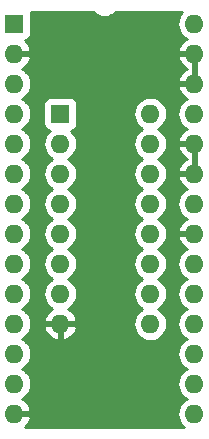
<source format=gbr>
G04 #@! TF.GenerationSoftware,KiCad,Pcbnew,(5.1.4)-1*
G04 #@! TF.CreationDate,2021-03-08T19:32:54-05:00*
G04 #@! TF.ProjectId,27c256_to_82s129,32376332-3536-45f7-946f-5f3832733132,rev?*
G04 #@! TF.SameCoordinates,Original*
G04 #@! TF.FileFunction,Copper,L2,Bot*
G04 #@! TF.FilePolarity,Positive*
%FSLAX46Y46*%
G04 Gerber Fmt 4.6, Leading zero omitted, Abs format (unit mm)*
G04 Created by KiCad (PCBNEW (5.1.4)-1) date 2021-03-08 19:32:54*
%MOMM*%
%LPD*%
G04 APERTURE LIST*
%ADD10O,1.600000X1.600000*%
%ADD11R,1.600000X1.600000*%
%ADD12C,0.800000*%
%ADD13C,0.254000*%
G04 APERTURE END LIST*
D10*
X140880000Y-95320000D03*
X133260000Y-113100000D03*
X140880000Y-97860000D03*
X133260000Y-110560000D03*
X140880000Y-100400000D03*
X133260000Y-108020000D03*
X140880000Y-102940000D03*
X133260000Y-105480000D03*
X140880000Y-105480000D03*
X133260000Y-102940000D03*
X140880000Y-108020000D03*
X133260000Y-100400000D03*
X140880000Y-110560000D03*
X133260000Y-97860000D03*
X140880000Y-113100000D03*
D11*
X133260000Y-95320000D03*
D10*
X144615001Y-87685001D03*
X129375001Y-120705001D03*
X144615001Y-90225001D03*
X129375001Y-118165001D03*
X144615001Y-92765001D03*
X129375001Y-115625001D03*
X144615001Y-95305001D03*
X129375001Y-113085001D03*
X144615001Y-97845001D03*
X129375001Y-110545001D03*
X144615001Y-100385001D03*
X129375001Y-108005001D03*
X144615001Y-102925001D03*
X129375001Y-105465001D03*
X144615001Y-105465001D03*
X129375001Y-102925001D03*
X144615001Y-108005001D03*
X129375001Y-100385001D03*
X144615001Y-110545001D03*
X129375001Y-97845001D03*
X144615001Y-113085001D03*
X129375001Y-95305001D03*
X144615001Y-115625001D03*
X129375001Y-92765001D03*
X144615001Y-118165001D03*
X129375001Y-90225001D03*
X144615001Y-120705001D03*
D11*
X129375001Y-87685001D03*
D12*
X137070000Y-97090000D03*
D13*
G36*
X136071119Y-86693156D02*
G01*
X136076943Y-86700297D01*
X136139145Y-86775486D01*
X136181594Y-86817639D01*
X136223439Y-86860371D01*
X136230540Y-86866245D01*
X136306160Y-86927921D01*
X136356025Y-86961052D01*
X136405350Y-86994825D01*
X136413445Y-86999202D01*
X136413448Y-86999204D01*
X136413451Y-86999205D01*
X136413456Y-86999208D01*
X136499617Y-87045020D01*
X136554909Y-87067809D01*
X136609898Y-87091378D01*
X136618701Y-87094103D01*
X136712119Y-87122308D01*
X136770826Y-87133933D01*
X136829316Y-87146365D01*
X136838470Y-87147327D01*
X136838476Y-87147328D01*
X136838481Y-87147328D01*
X136935598Y-87156850D01*
X136964403Y-87156850D01*
X136993054Y-87159964D01*
X137002269Y-87159996D01*
X137005760Y-87159984D01*
X137034459Y-87157070D01*
X137063308Y-87157272D01*
X137072479Y-87156373D01*
X137169527Y-87146173D01*
X137228152Y-87134139D01*
X137286884Y-87122936D01*
X137295706Y-87120272D01*
X137388925Y-87091416D01*
X137444075Y-87068233D01*
X137499537Y-87045825D01*
X137507666Y-87041502D01*
X137507670Y-87041500D01*
X137507673Y-87041498D01*
X137593511Y-86995086D01*
X137643098Y-86961638D01*
X137693156Y-86928881D01*
X137700297Y-86923057D01*
X137775486Y-86860855D01*
X137817639Y-86818406D01*
X137860371Y-86776561D01*
X137866245Y-86769460D01*
X137927921Y-86693840D01*
X137950405Y-86660000D01*
X143601964Y-86660000D01*
X143595393Y-86665393D01*
X143416069Y-86883900D01*
X143282819Y-87133193D01*
X143200765Y-87403692D01*
X143173058Y-87685001D01*
X143200765Y-87966310D01*
X143282819Y-88236809D01*
X143416069Y-88486102D01*
X143595393Y-88704609D01*
X143813900Y-88883933D01*
X143951683Y-88957580D01*
X143759870Y-89072616D01*
X143551482Y-89261587D01*
X143383964Y-89487581D01*
X143263755Y-89741914D01*
X143223097Y-89875962D01*
X143345086Y-90098001D01*
X144488001Y-90098001D01*
X144488001Y-90078001D01*
X144742001Y-90078001D01*
X144742001Y-90098001D01*
X144762001Y-90098001D01*
X144762001Y-90352001D01*
X144742001Y-90352001D01*
X144742001Y-92638001D01*
X144762001Y-92638001D01*
X144762001Y-92892001D01*
X144742001Y-92892001D01*
X144742001Y-92912001D01*
X144488001Y-92912001D01*
X144488001Y-92892001D01*
X143345086Y-92892001D01*
X143223097Y-93114040D01*
X143263755Y-93248088D01*
X143383964Y-93502421D01*
X143551482Y-93728415D01*
X143759870Y-93917386D01*
X143951683Y-94032422D01*
X143813900Y-94106069D01*
X143595393Y-94285393D01*
X143416069Y-94503900D01*
X143282819Y-94753193D01*
X143200765Y-95023692D01*
X143173058Y-95305001D01*
X143200765Y-95586310D01*
X143282819Y-95856809D01*
X143416069Y-96106102D01*
X143595393Y-96324609D01*
X143813900Y-96503933D01*
X143951683Y-96577580D01*
X143759870Y-96692616D01*
X143551482Y-96881587D01*
X143383964Y-97107581D01*
X143263755Y-97361914D01*
X143223097Y-97495962D01*
X143345086Y-97718001D01*
X144488001Y-97718001D01*
X144488001Y-97698001D01*
X144742001Y-97698001D01*
X144742001Y-97718001D01*
X144762001Y-97718001D01*
X144762001Y-97972001D01*
X144742001Y-97972001D01*
X144742001Y-100258001D01*
X144762001Y-100258001D01*
X144762001Y-100512001D01*
X144742001Y-100512001D01*
X144742001Y-100532001D01*
X144488001Y-100532001D01*
X144488001Y-100512001D01*
X143345086Y-100512001D01*
X143223097Y-100734040D01*
X143263755Y-100868088D01*
X143383964Y-101122421D01*
X143551482Y-101348415D01*
X143759870Y-101537386D01*
X143951683Y-101652422D01*
X143813900Y-101726069D01*
X143595393Y-101905393D01*
X143416069Y-102123900D01*
X143282819Y-102373193D01*
X143200765Y-102643692D01*
X143173058Y-102925001D01*
X143200765Y-103206310D01*
X143282819Y-103476809D01*
X143416069Y-103726102D01*
X143595393Y-103944609D01*
X143813900Y-104123933D01*
X143951683Y-104197580D01*
X143759870Y-104312616D01*
X143551482Y-104501587D01*
X143383964Y-104727581D01*
X143263755Y-104981914D01*
X143223097Y-105115962D01*
X143345086Y-105338001D01*
X144488001Y-105338001D01*
X144488001Y-105318001D01*
X144742001Y-105318001D01*
X144742001Y-105338001D01*
X144762001Y-105338001D01*
X144762001Y-105592001D01*
X144742001Y-105592001D01*
X144742001Y-105612001D01*
X144488001Y-105612001D01*
X144488001Y-105592001D01*
X143345086Y-105592001D01*
X143223097Y-105814040D01*
X143263755Y-105948088D01*
X143383964Y-106202421D01*
X143551482Y-106428415D01*
X143759870Y-106617386D01*
X143951683Y-106732422D01*
X143813900Y-106806069D01*
X143595393Y-106985393D01*
X143416069Y-107203900D01*
X143282819Y-107453193D01*
X143200765Y-107723692D01*
X143173058Y-108005001D01*
X143200765Y-108286310D01*
X143282819Y-108556809D01*
X143416069Y-108806102D01*
X143595393Y-109024609D01*
X143813900Y-109203933D01*
X143946859Y-109275001D01*
X143813900Y-109346069D01*
X143595393Y-109525393D01*
X143416069Y-109743900D01*
X143282819Y-109993193D01*
X143200765Y-110263692D01*
X143173058Y-110545001D01*
X143200765Y-110826310D01*
X143282819Y-111096809D01*
X143416069Y-111346102D01*
X143595393Y-111564609D01*
X143813900Y-111743933D01*
X143946859Y-111815001D01*
X143813900Y-111886069D01*
X143595393Y-112065393D01*
X143416069Y-112283900D01*
X143282819Y-112533193D01*
X143200765Y-112803692D01*
X143173058Y-113085001D01*
X143200765Y-113366310D01*
X143282819Y-113636809D01*
X143416069Y-113886102D01*
X143595393Y-114104609D01*
X143813900Y-114283933D01*
X143946859Y-114355001D01*
X143813900Y-114426069D01*
X143595393Y-114605393D01*
X143416069Y-114823900D01*
X143282819Y-115073193D01*
X143200765Y-115343692D01*
X143173058Y-115625001D01*
X143200765Y-115906310D01*
X143282819Y-116176809D01*
X143416069Y-116426102D01*
X143595393Y-116644609D01*
X143813900Y-116823933D01*
X143946859Y-116895001D01*
X143813900Y-116966069D01*
X143595393Y-117145393D01*
X143416069Y-117363900D01*
X143282819Y-117613193D01*
X143200765Y-117883692D01*
X143173058Y-118165001D01*
X143200765Y-118446310D01*
X143282819Y-118716809D01*
X143416069Y-118966102D01*
X143595393Y-119184609D01*
X143813900Y-119363933D01*
X143946859Y-119435001D01*
X143813900Y-119506069D01*
X143595393Y-119685393D01*
X143416069Y-119903900D01*
X143282819Y-120153193D01*
X143200765Y-120423692D01*
X143173058Y-120705001D01*
X143200765Y-120986310D01*
X143282819Y-121256809D01*
X143416069Y-121506102D01*
X143595393Y-121724609D01*
X143735997Y-121840000D01*
X130249304Y-121840000D01*
X130438520Y-121668415D01*
X130606038Y-121442421D01*
X130726247Y-121188088D01*
X130766905Y-121054040D01*
X130644916Y-120832001D01*
X129502001Y-120832001D01*
X129502001Y-120852001D01*
X129248001Y-120852001D01*
X129248001Y-120832001D01*
X129228001Y-120832001D01*
X129228001Y-120578001D01*
X129248001Y-120578001D01*
X129248001Y-120558001D01*
X129502001Y-120558001D01*
X129502001Y-120578001D01*
X130644916Y-120578001D01*
X130766905Y-120355962D01*
X130726247Y-120221914D01*
X130606038Y-119967581D01*
X130438520Y-119741587D01*
X130230132Y-119552616D01*
X130038319Y-119437580D01*
X130176102Y-119363933D01*
X130394609Y-119184609D01*
X130573933Y-118966102D01*
X130707183Y-118716809D01*
X130789237Y-118446310D01*
X130816944Y-118165001D01*
X130789237Y-117883692D01*
X130707183Y-117613193D01*
X130573933Y-117363900D01*
X130394609Y-117145393D01*
X130176102Y-116966069D01*
X130043143Y-116895001D01*
X130176102Y-116823933D01*
X130394609Y-116644609D01*
X130573933Y-116426102D01*
X130707183Y-116176809D01*
X130789237Y-115906310D01*
X130816944Y-115625001D01*
X130789237Y-115343692D01*
X130707183Y-115073193D01*
X130573933Y-114823900D01*
X130394609Y-114605393D01*
X130176102Y-114426069D01*
X130043143Y-114355001D01*
X130176102Y-114283933D01*
X130394609Y-114104609D01*
X130573933Y-113886102D01*
X130707183Y-113636809D01*
X130764141Y-113449039D01*
X131868096Y-113449039D01*
X131908754Y-113583087D01*
X132028963Y-113837420D01*
X132196481Y-114063414D01*
X132404869Y-114252385D01*
X132646119Y-114397070D01*
X132910960Y-114491909D01*
X133133000Y-114370624D01*
X133133000Y-113227000D01*
X133387000Y-113227000D01*
X133387000Y-114370624D01*
X133609040Y-114491909D01*
X133873881Y-114397070D01*
X134115131Y-114252385D01*
X134323519Y-114063414D01*
X134491037Y-113837420D01*
X134611246Y-113583087D01*
X134651904Y-113449039D01*
X134529915Y-113227000D01*
X133387000Y-113227000D01*
X133133000Y-113227000D01*
X131990085Y-113227000D01*
X131868096Y-113449039D01*
X130764141Y-113449039D01*
X130789237Y-113366310D01*
X130816944Y-113085001D01*
X130789237Y-112803692D01*
X130707183Y-112533193D01*
X130573933Y-112283900D01*
X130394609Y-112065393D01*
X130176102Y-111886069D01*
X130043143Y-111815001D01*
X130176102Y-111743933D01*
X130394609Y-111564609D01*
X130573933Y-111346102D01*
X130707183Y-111096809D01*
X130789237Y-110826310D01*
X130816944Y-110545001D01*
X130789237Y-110263692D01*
X130707183Y-109993193D01*
X130573933Y-109743900D01*
X130394609Y-109525393D01*
X130176102Y-109346069D01*
X130043143Y-109275001D01*
X130176102Y-109203933D01*
X130394609Y-109024609D01*
X130573933Y-108806102D01*
X130707183Y-108556809D01*
X130789237Y-108286310D01*
X130816944Y-108005001D01*
X130789237Y-107723692D01*
X130707183Y-107453193D01*
X130573933Y-107203900D01*
X130394609Y-106985393D01*
X130176102Y-106806069D01*
X130043143Y-106735001D01*
X130176102Y-106663933D01*
X130394609Y-106484609D01*
X130573933Y-106266102D01*
X130707183Y-106016809D01*
X130789237Y-105746310D01*
X130816944Y-105465001D01*
X130789237Y-105183692D01*
X130707183Y-104913193D01*
X130573933Y-104663900D01*
X130394609Y-104445393D01*
X130176102Y-104266069D01*
X130043143Y-104195001D01*
X130176102Y-104123933D01*
X130394609Y-103944609D01*
X130573933Y-103726102D01*
X130707183Y-103476809D01*
X130789237Y-103206310D01*
X130816944Y-102925001D01*
X130789237Y-102643692D01*
X130707183Y-102373193D01*
X130573933Y-102123900D01*
X130394609Y-101905393D01*
X130176102Y-101726069D01*
X130043143Y-101655001D01*
X130176102Y-101583933D01*
X130394609Y-101404609D01*
X130573933Y-101186102D01*
X130707183Y-100936809D01*
X130789237Y-100666310D01*
X130816944Y-100385001D01*
X130789237Y-100103692D01*
X130707183Y-99833193D01*
X130573933Y-99583900D01*
X130394609Y-99365393D01*
X130176102Y-99186069D01*
X130043143Y-99115001D01*
X130176102Y-99043933D01*
X130394609Y-98864609D01*
X130573933Y-98646102D01*
X130707183Y-98396809D01*
X130789237Y-98126310D01*
X130815466Y-97860000D01*
X131818057Y-97860000D01*
X131845764Y-98141309D01*
X131927818Y-98411808D01*
X132061068Y-98661101D01*
X132240392Y-98879608D01*
X132458899Y-99058932D01*
X132591858Y-99130000D01*
X132458899Y-99201068D01*
X132240392Y-99380392D01*
X132061068Y-99598899D01*
X131927818Y-99848192D01*
X131845764Y-100118691D01*
X131818057Y-100400000D01*
X131845764Y-100681309D01*
X131927818Y-100951808D01*
X132061068Y-101201101D01*
X132240392Y-101419608D01*
X132458899Y-101598932D01*
X132591858Y-101670000D01*
X132458899Y-101741068D01*
X132240392Y-101920392D01*
X132061068Y-102138899D01*
X131927818Y-102388192D01*
X131845764Y-102658691D01*
X131818057Y-102940000D01*
X131845764Y-103221309D01*
X131927818Y-103491808D01*
X132061068Y-103741101D01*
X132240392Y-103959608D01*
X132458899Y-104138932D01*
X132591858Y-104210000D01*
X132458899Y-104281068D01*
X132240392Y-104460392D01*
X132061068Y-104678899D01*
X131927818Y-104928192D01*
X131845764Y-105198691D01*
X131818057Y-105480000D01*
X131845764Y-105761309D01*
X131927818Y-106031808D01*
X132061068Y-106281101D01*
X132240392Y-106499608D01*
X132458899Y-106678932D01*
X132591858Y-106750000D01*
X132458899Y-106821068D01*
X132240392Y-107000392D01*
X132061068Y-107218899D01*
X131927818Y-107468192D01*
X131845764Y-107738691D01*
X131818057Y-108020000D01*
X131845764Y-108301309D01*
X131927818Y-108571808D01*
X132061068Y-108821101D01*
X132240392Y-109039608D01*
X132458899Y-109218932D01*
X132591858Y-109290000D01*
X132458899Y-109361068D01*
X132240392Y-109540392D01*
X132061068Y-109758899D01*
X131927818Y-110008192D01*
X131845764Y-110278691D01*
X131818057Y-110560000D01*
X131845764Y-110841309D01*
X131927818Y-111111808D01*
X132061068Y-111361101D01*
X132240392Y-111579608D01*
X132458899Y-111758932D01*
X132596682Y-111832579D01*
X132404869Y-111947615D01*
X132196481Y-112136586D01*
X132028963Y-112362580D01*
X131908754Y-112616913D01*
X131868096Y-112750961D01*
X131990085Y-112973000D01*
X133133000Y-112973000D01*
X133133000Y-112953000D01*
X133387000Y-112953000D01*
X133387000Y-112973000D01*
X134529915Y-112973000D01*
X134651904Y-112750961D01*
X134611246Y-112616913D01*
X134491037Y-112362580D01*
X134323519Y-112136586D01*
X134115131Y-111947615D01*
X133923318Y-111832579D01*
X134061101Y-111758932D01*
X134279608Y-111579608D01*
X134458932Y-111361101D01*
X134592182Y-111111808D01*
X134674236Y-110841309D01*
X134701943Y-110560000D01*
X134674236Y-110278691D01*
X134592182Y-110008192D01*
X134458932Y-109758899D01*
X134279608Y-109540392D01*
X134061101Y-109361068D01*
X133928142Y-109290000D01*
X134061101Y-109218932D01*
X134279608Y-109039608D01*
X134458932Y-108821101D01*
X134592182Y-108571808D01*
X134674236Y-108301309D01*
X134701943Y-108020000D01*
X134674236Y-107738691D01*
X134592182Y-107468192D01*
X134458932Y-107218899D01*
X134279608Y-107000392D01*
X134061101Y-106821068D01*
X133928142Y-106750000D01*
X134061101Y-106678932D01*
X134279608Y-106499608D01*
X134458932Y-106281101D01*
X134592182Y-106031808D01*
X134674236Y-105761309D01*
X134701943Y-105480000D01*
X134674236Y-105198691D01*
X134592182Y-104928192D01*
X134458932Y-104678899D01*
X134279608Y-104460392D01*
X134061101Y-104281068D01*
X133928142Y-104210000D01*
X134061101Y-104138932D01*
X134279608Y-103959608D01*
X134458932Y-103741101D01*
X134592182Y-103491808D01*
X134674236Y-103221309D01*
X134701943Y-102940000D01*
X134674236Y-102658691D01*
X134592182Y-102388192D01*
X134458932Y-102138899D01*
X134279608Y-101920392D01*
X134061101Y-101741068D01*
X133928142Y-101670000D01*
X134061101Y-101598932D01*
X134279608Y-101419608D01*
X134458932Y-101201101D01*
X134592182Y-100951808D01*
X134674236Y-100681309D01*
X134701943Y-100400000D01*
X134674236Y-100118691D01*
X134592182Y-99848192D01*
X134458932Y-99598899D01*
X134279608Y-99380392D01*
X134061101Y-99201068D01*
X133928142Y-99130000D01*
X134061101Y-99058932D01*
X134279608Y-98879608D01*
X134458932Y-98661101D01*
X134592182Y-98411808D01*
X134674236Y-98141309D01*
X134701943Y-97860000D01*
X134674236Y-97578691D01*
X134592182Y-97308192D01*
X134458932Y-97058899D01*
X134279608Y-96840392D01*
X134166518Y-96747581D01*
X134184482Y-96745812D01*
X134304180Y-96709502D01*
X134414494Y-96650537D01*
X134511185Y-96571185D01*
X134590537Y-96474494D01*
X134649502Y-96364180D01*
X134685812Y-96244482D01*
X134698072Y-96120000D01*
X134698072Y-95320000D01*
X139438057Y-95320000D01*
X139465764Y-95601309D01*
X139547818Y-95871808D01*
X139681068Y-96121101D01*
X139860392Y-96339608D01*
X140078899Y-96518932D01*
X140211858Y-96590000D01*
X140078899Y-96661068D01*
X139860392Y-96840392D01*
X139681068Y-97058899D01*
X139547818Y-97308192D01*
X139465764Y-97578691D01*
X139438057Y-97860000D01*
X139465764Y-98141309D01*
X139547818Y-98411808D01*
X139681068Y-98661101D01*
X139860392Y-98879608D01*
X140078899Y-99058932D01*
X140211858Y-99130000D01*
X140078899Y-99201068D01*
X139860392Y-99380392D01*
X139681068Y-99598899D01*
X139547818Y-99848192D01*
X139465764Y-100118691D01*
X139438057Y-100400000D01*
X139465764Y-100681309D01*
X139547818Y-100951808D01*
X139681068Y-101201101D01*
X139860392Y-101419608D01*
X140078899Y-101598932D01*
X140211858Y-101670000D01*
X140078899Y-101741068D01*
X139860392Y-101920392D01*
X139681068Y-102138899D01*
X139547818Y-102388192D01*
X139465764Y-102658691D01*
X139438057Y-102940000D01*
X139465764Y-103221309D01*
X139547818Y-103491808D01*
X139681068Y-103741101D01*
X139860392Y-103959608D01*
X140078899Y-104138932D01*
X140211858Y-104210000D01*
X140078899Y-104281068D01*
X139860392Y-104460392D01*
X139681068Y-104678899D01*
X139547818Y-104928192D01*
X139465764Y-105198691D01*
X139438057Y-105480000D01*
X139465764Y-105761309D01*
X139547818Y-106031808D01*
X139681068Y-106281101D01*
X139860392Y-106499608D01*
X140078899Y-106678932D01*
X140211858Y-106750000D01*
X140078899Y-106821068D01*
X139860392Y-107000392D01*
X139681068Y-107218899D01*
X139547818Y-107468192D01*
X139465764Y-107738691D01*
X139438057Y-108020000D01*
X139465764Y-108301309D01*
X139547818Y-108571808D01*
X139681068Y-108821101D01*
X139860392Y-109039608D01*
X140078899Y-109218932D01*
X140211858Y-109290000D01*
X140078899Y-109361068D01*
X139860392Y-109540392D01*
X139681068Y-109758899D01*
X139547818Y-110008192D01*
X139465764Y-110278691D01*
X139438057Y-110560000D01*
X139465764Y-110841309D01*
X139547818Y-111111808D01*
X139681068Y-111361101D01*
X139860392Y-111579608D01*
X140078899Y-111758932D01*
X140211858Y-111830000D01*
X140078899Y-111901068D01*
X139860392Y-112080392D01*
X139681068Y-112298899D01*
X139547818Y-112548192D01*
X139465764Y-112818691D01*
X139438057Y-113100000D01*
X139465764Y-113381309D01*
X139547818Y-113651808D01*
X139681068Y-113901101D01*
X139860392Y-114119608D01*
X140078899Y-114298932D01*
X140328192Y-114432182D01*
X140598691Y-114514236D01*
X140809508Y-114535000D01*
X140950492Y-114535000D01*
X141161309Y-114514236D01*
X141431808Y-114432182D01*
X141681101Y-114298932D01*
X141899608Y-114119608D01*
X142078932Y-113901101D01*
X142212182Y-113651808D01*
X142294236Y-113381309D01*
X142321943Y-113100000D01*
X142294236Y-112818691D01*
X142212182Y-112548192D01*
X142078932Y-112298899D01*
X141899608Y-112080392D01*
X141681101Y-111901068D01*
X141548142Y-111830000D01*
X141681101Y-111758932D01*
X141899608Y-111579608D01*
X142078932Y-111361101D01*
X142212182Y-111111808D01*
X142294236Y-110841309D01*
X142321943Y-110560000D01*
X142294236Y-110278691D01*
X142212182Y-110008192D01*
X142078932Y-109758899D01*
X141899608Y-109540392D01*
X141681101Y-109361068D01*
X141548142Y-109290000D01*
X141681101Y-109218932D01*
X141899608Y-109039608D01*
X142078932Y-108821101D01*
X142212182Y-108571808D01*
X142294236Y-108301309D01*
X142321943Y-108020000D01*
X142294236Y-107738691D01*
X142212182Y-107468192D01*
X142078932Y-107218899D01*
X141899608Y-107000392D01*
X141681101Y-106821068D01*
X141548142Y-106750000D01*
X141681101Y-106678932D01*
X141899608Y-106499608D01*
X142078932Y-106281101D01*
X142212182Y-106031808D01*
X142294236Y-105761309D01*
X142321943Y-105480000D01*
X142294236Y-105198691D01*
X142212182Y-104928192D01*
X142078932Y-104678899D01*
X141899608Y-104460392D01*
X141681101Y-104281068D01*
X141548142Y-104210000D01*
X141681101Y-104138932D01*
X141899608Y-103959608D01*
X142078932Y-103741101D01*
X142212182Y-103491808D01*
X142294236Y-103221309D01*
X142321943Y-102940000D01*
X142294236Y-102658691D01*
X142212182Y-102388192D01*
X142078932Y-102138899D01*
X141899608Y-101920392D01*
X141681101Y-101741068D01*
X141548142Y-101670000D01*
X141681101Y-101598932D01*
X141899608Y-101419608D01*
X142078932Y-101201101D01*
X142212182Y-100951808D01*
X142294236Y-100681309D01*
X142321943Y-100400000D01*
X142294236Y-100118691D01*
X142212182Y-99848192D01*
X142078932Y-99598899D01*
X141899608Y-99380392D01*
X141681101Y-99201068D01*
X141548142Y-99130000D01*
X141681101Y-99058932D01*
X141899608Y-98879608D01*
X142078932Y-98661101D01*
X142212182Y-98411808D01*
X142278240Y-98194040D01*
X143223097Y-98194040D01*
X143263755Y-98328088D01*
X143383964Y-98582421D01*
X143551482Y-98808415D01*
X143759870Y-98997386D01*
X143955983Y-99115001D01*
X143759870Y-99232616D01*
X143551482Y-99421587D01*
X143383964Y-99647581D01*
X143263755Y-99901914D01*
X143223097Y-100035962D01*
X143345086Y-100258001D01*
X144488001Y-100258001D01*
X144488001Y-97972001D01*
X143345086Y-97972001D01*
X143223097Y-98194040D01*
X142278240Y-98194040D01*
X142294236Y-98141309D01*
X142321943Y-97860000D01*
X142294236Y-97578691D01*
X142212182Y-97308192D01*
X142078932Y-97058899D01*
X141899608Y-96840392D01*
X141681101Y-96661068D01*
X141548142Y-96590000D01*
X141681101Y-96518932D01*
X141899608Y-96339608D01*
X142078932Y-96121101D01*
X142212182Y-95871808D01*
X142294236Y-95601309D01*
X142321943Y-95320000D01*
X142294236Y-95038691D01*
X142212182Y-94768192D01*
X142078932Y-94518899D01*
X141899608Y-94300392D01*
X141681101Y-94121068D01*
X141431808Y-93987818D01*
X141161309Y-93905764D01*
X140950492Y-93885000D01*
X140809508Y-93885000D01*
X140598691Y-93905764D01*
X140328192Y-93987818D01*
X140078899Y-94121068D01*
X139860392Y-94300392D01*
X139681068Y-94518899D01*
X139547818Y-94768192D01*
X139465764Y-95038691D01*
X139438057Y-95320000D01*
X134698072Y-95320000D01*
X134698072Y-94520000D01*
X134685812Y-94395518D01*
X134649502Y-94275820D01*
X134590537Y-94165506D01*
X134511185Y-94068815D01*
X134414494Y-93989463D01*
X134304180Y-93930498D01*
X134184482Y-93894188D01*
X134060000Y-93881928D01*
X132460000Y-93881928D01*
X132335518Y-93894188D01*
X132215820Y-93930498D01*
X132105506Y-93989463D01*
X132008815Y-94068815D01*
X131929463Y-94165506D01*
X131870498Y-94275820D01*
X131834188Y-94395518D01*
X131821928Y-94520000D01*
X131821928Y-96120000D01*
X131834188Y-96244482D01*
X131870498Y-96364180D01*
X131929463Y-96474494D01*
X132008815Y-96571185D01*
X132105506Y-96650537D01*
X132215820Y-96709502D01*
X132335518Y-96745812D01*
X132353482Y-96747581D01*
X132240392Y-96840392D01*
X132061068Y-97058899D01*
X131927818Y-97308192D01*
X131845764Y-97578691D01*
X131818057Y-97860000D01*
X130815466Y-97860000D01*
X130816944Y-97845001D01*
X130789237Y-97563692D01*
X130707183Y-97293193D01*
X130573933Y-97043900D01*
X130394609Y-96825393D01*
X130176102Y-96646069D01*
X130043143Y-96575001D01*
X130176102Y-96503933D01*
X130394609Y-96324609D01*
X130573933Y-96106102D01*
X130707183Y-95856809D01*
X130789237Y-95586310D01*
X130816944Y-95305001D01*
X130789237Y-95023692D01*
X130707183Y-94753193D01*
X130573933Y-94503900D01*
X130394609Y-94285393D01*
X130176102Y-94106069D01*
X130043143Y-94035001D01*
X130176102Y-93963933D01*
X130394609Y-93784609D01*
X130573933Y-93566102D01*
X130707183Y-93316809D01*
X130789237Y-93046310D01*
X130816944Y-92765001D01*
X130789237Y-92483692D01*
X130707183Y-92213193D01*
X130573933Y-91963900D01*
X130394609Y-91745393D01*
X130176102Y-91566069D01*
X130038319Y-91492422D01*
X130230132Y-91377386D01*
X130438520Y-91188415D01*
X130606038Y-90962421D01*
X130726247Y-90708088D01*
X130766905Y-90574040D01*
X143223097Y-90574040D01*
X143263755Y-90708088D01*
X143383964Y-90962421D01*
X143551482Y-91188415D01*
X143759870Y-91377386D01*
X143955983Y-91495001D01*
X143759870Y-91612616D01*
X143551482Y-91801587D01*
X143383964Y-92027581D01*
X143263755Y-92281914D01*
X143223097Y-92415962D01*
X143345086Y-92638001D01*
X144488001Y-92638001D01*
X144488001Y-90352001D01*
X143345086Y-90352001D01*
X143223097Y-90574040D01*
X130766905Y-90574040D01*
X130644916Y-90352001D01*
X129502001Y-90352001D01*
X129502001Y-90372001D01*
X129248001Y-90372001D01*
X129248001Y-90352001D01*
X129228001Y-90352001D01*
X129228001Y-90098001D01*
X129248001Y-90098001D01*
X129248001Y-90078001D01*
X129502001Y-90078001D01*
X129502001Y-90098001D01*
X130644916Y-90098001D01*
X130766905Y-89875962D01*
X130726247Y-89741914D01*
X130606038Y-89487581D01*
X130438520Y-89261587D01*
X130274921Y-89113232D01*
X130299483Y-89110813D01*
X130419181Y-89074503D01*
X130529495Y-89015538D01*
X130626186Y-88936186D01*
X130705538Y-88839495D01*
X130764503Y-88729181D01*
X130800813Y-88609483D01*
X130813073Y-88485001D01*
X130813073Y-86885001D01*
X130800813Y-86760519D01*
X130770321Y-86660000D01*
X136049422Y-86660000D01*
X136071119Y-86693156D01*
X136071119Y-86693156D01*
G37*
X136071119Y-86693156D02*
X136076943Y-86700297D01*
X136139145Y-86775486D01*
X136181594Y-86817639D01*
X136223439Y-86860371D01*
X136230540Y-86866245D01*
X136306160Y-86927921D01*
X136356025Y-86961052D01*
X136405350Y-86994825D01*
X136413445Y-86999202D01*
X136413448Y-86999204D01*
X136413451Y-86999205D01*
X136413456Y-86999208D01*
X136499617Y-87045020D01*
X136554909Y-87067809D01*
X136609898Y-87091378D01*
X136618701Y-87094103D01*
X136712119Y-87122308D01*
X136770826Y-87133933D01*
X136829316Y-87146365D01*
X136838470Y-87147327D01*
X136838476Y-87147328D01*
X136838481Y-87147328D01*
X136935598Y-87156850D01*
X136964403Y-87156850D01*
X136993054Y-87159964D01*
X137002269Y-87159996D01*
X137005760Y-87159984D01*
X137034459Y-87157070D01*
X137063308Y-87157272D01*
X137072479Y-87156373D01*
X137169527Y-87146173D01*
X137228152Y-87134139D01*
X137286884Y-87122936D01*
X137295706Y-87120272D01*
X137388925Y-87091416D01*
X137444075Y-87068233D01*
X137499537Y-87045825D01*
X137507666Y-87041502D01*
X137507670Y-87041500D01*
X137507673Y-87041498D01*
X137593511Y-86995086D01*
X137643098Y-86961638D01*
X137693156Y-86928881D01*
X137700297Y-86923057D01*
X137775486Y-86860855D01*
X137817639Y-86818406D01*
X137860371Y-86776561D01*
X137866245Y-86769460D01*
X137927921Y-86693840D01*
X137950405Y-86660000D01*
X143601964Y-86660000D01*
X143595393Y-86665393D01*
X143416069Y-86883900D01*
X143282819Y-87133193D01*
X143200765Y-87403692D01*
X143173058Y-87685001D01*
X143200765Y-87966310D01*
X143282819Y-88236809D01*
X143416069Y-88486102D01*
X143595393Y-88704609D01*
X143813900Y-88883933D01*
X143951683Y-88957580D01*
X143759870Y-89072616D01*
X143551482Y-89261587D01*
X143383964Y-89487581D01*
X143263755Y-89741914D01*
X143223097Y-89875962D01*
X143345086Y-90098001D01*
X144488001Y-90098001D01*
X144488001Y-90078001D01*
X144742001Y-90078001D01*
X144742001Y-90098001D01*
X144762001Y-90098001D01*
X144762001Y-90352001D01*
X144742001Y-90352001D01*
X144742001Y-92638001D01*
X144762001Y-92638001D01*
X144762001Y-92892001D01*
X144742001Y-92892001D01*
X144742001Y-92912001D01*
X144488001Y-92912001D01*
X144488001Y-92892001D01*
X143345086Y-92892001D01*
X143223097Y-93114040D01*
X143263755Y-93248088D01*
X143383964Y-93502421D01*
X143551482Y-93728415D01*
X143759870Y-93917386D01*
X143951683Y-94032422D01*
X143813900Y-94106069D01*
X143595393Y-94285393D01*
X143416069Y-94503900D01*
X143282819Y-94753193D01*
X143200765Y-95023692D01*
X143173058Y-95305001D01*
X143200765Y-95586310D01*
X143282819Y-95856809D01*
X143416069Y-96106102D01*
X143595393Y-96324609D01*
X143813900Y-96503933D01*
X143951683Y-96577580D01*
X143759870Y-96692616D01*
X143551482Y-96881587D01*
X143383964Y-97107581D01*
X143263755Y-97361914D01*
X143223097Y-97495962D01*
X143345086Y-97718001D01*
X144488001Y-97718001D01*
X144488001Y-97698001D01*
X144742001Y-97698001D01*
X144742001Y-97718001D01*
X144762001Y-97718001D01*
X144762001Y-97972001D01*
X144742001Y-97972001D01*
X144742001Y-100258001D01*
X144762001Y-100258001D01*
X144762001Y-100512001D01*
X144742001Y-100512001D01*
X144742001Y-100532001D01*
X144488001Y-100532001D01*
X144488001Y-100512001D01*
X143345086Y-100512001D01*
X143223097Y-100734040D01*
X143263755Y-100868088D01*
X143383964Y-101122421D01*
X143551482Y-101348415D01*
X143759870Y-101537386D01*
X143951683Y-101652422D01*
X143813900Y-101726069D01*
X143595393Y-101905393D01*
X143416069Y-102123900D01*
X143282819Y-102373193D01*
X143200765Y-102643692D01*
X143173058Y-102925001D01*
X143200765Y-103206310D01*
X143282819Y-103476809D01*
X143416069Y-103726102D01*
X143595393Y-103944609D01*
X143813900Y-104123933D01*
X143951683Y-104197580D01*
X143759870Y-104312616D01*
X143551482Y-104501587D01*
X143383964Y-104727581D01*
X143263755Y-104981914D01*
X143223097Y-105115962D01*
X143345086Y-105338001D01*
X144488001Y-105338001D01*
X144488001Y-105318001D01*
X144742001Y-105318001D01*
X144742001Y-105338001D01*
X144762001Y-105338001D01*
X144762001Y-105592001D01*
X144742001Y-105592001D01*
X144742001Y-105612001D01*
X144488001Y-105612001D01*
X144488001Y-105592001D01*
X143345086Y-105592001D01*
X143223097Y-105814040D01*
X143263755Y-105948088D01*
X143383964Y-106202421D01*
X143551482Y-106428415D01*
X143759870Y-106617386D01*
X143951683Y-106732422D01*
X143813900Y-106806069D01*
X143595393Y-106985393D01*
X143416069Y-107203900D01*
X143282819Y-107453193D01*
X143200765Y-107723692D01*
X143173058Y-108005001D01*
X143200765Y-108286310D01*
X143282819Y-108556809D01*
X143416069Y-108806102D01*
X143595393Y-109024609D01*
X143813900Y-109203933D01*
X143946859Y-109275001D01*
X143813900Y-109346069D01*
X143595393Y-109525393D01*
X143416069Y-109743900D01*
X143282819Y-109993193D01*
X143200765Y-110263692D01*
X143173058Y-110545001D01*
X143200765Y-110826310D01*
X143282819Y-111096809D01*
X143416069Y-111346102D01*
X143595393Y-111564609D01*
X143813900Y-111743933D01*
X143946859Y-111815001D01*
X143813900Y-111886069D01*
X143595393Y-112065393D01*
X143416069Y-112283900D01*
X143282819Y-112533193D01*
X143200765Y-112803692D01*
X143173058Y-113085001D01*
X143200765Y-113366310D01*
X143282819Y-113636809D01*
X143416069Y-113886102D01*
X143595393Y-114104609D01*
X143813900Y-114283933D01*
X143946859Y-114355001D01*
X143813900Y-114426069D01*
X143595393Y-114605393D01*
X143416069Y-114823900D01*
X143282819Y-115073193D01*
X143200765Y-115343692D01*
X143173058Y-115625001D01*
X143200765Y-115906310D01*
X143282819Y-116176809D01*
X143416069Y-116426102D01*
X143595393Y-116644609D01*
X143813900Y-116823933D01*
X143946859Y-116895001D01*
X143813900Y-116966069D01*
X143595393Y-117145393D01*
X143416069Y-117363900D01*
X143282819Y-117613193D01*
X143200765Y-117883692D01*
X143173058Y-118165001D01*
X143200765Y-118446310D01*
X143282819Y-118716809D01*
X143416069Y-118966102D01*
X143595393Y-119184609D01*
X143813900Y-119363933D01*
X143946859Y-119435001D01*
X143813900Y-119506069D01*
X143595393Y-119685393D01*
X143416069Y-119903900D01*
X143282819Y-120153193D01*
X143200765Y-120423692D01*
X143173058Y-120705001D01*
X143200765Y-120986310D01*
X143282819Y-121256809D01*
X143416069Y-121506102D01*
X143595393Y-121724609D01*
X143735997Y-121840000D01*
X130249304Y-121840000D01*
X130438520Y-121668415D01*
X130606038Y-121442421D01*
X130726247Y-121188088D01*
X130766905Y-121054040D01*
X130644916Y-120832001D01*
X129502001Y-120832001D01*
X129502001Y-120852001D01*
X129248001Y-120852001D01*
X129248001Y-120832001D01*
X129228001Y-120832001D01*
X129228001Y-120578001D01*
X129248001Y-120578001D01*
X129248001Y-120558001D01*
X129502001Y-120558001D01*
X129502001Y-120578001D01*
X130644916Y-120578001D01*
X130766905Y-120355962D01*
X130726247Y-120221914D01*
X130606038Y-119967581D01*
X130438520Y-119741587D01*
X130230132Y-119552616D01*
X130038319Y-119437580D01*
X130176102Y-119363933D01*
X130394609Y-119184609D01*
X130573933Y-118966102D01*
X130707183Y-118716809D01*
X130789237Y-118446310D01*
X130816944Y-118165001D01*
X130789237Y-117883692D01*
X130707183Y-117613193D01*
X130573933Y-117363900D01*
X130394609Y-117145393D01*
X130176102Y-116966069D01*
X130043143Y-116895001D01*
X130176102Y-116823933D01*
X130394609Y-116644609D01*
X130573933Y-116426102D01*
X130707183Y-116176809D01*
X130789237Y-115906310D01*
X130816944Y-115625001D01*
X130789237Y-115343692D01*
X130707183Y-115073193D01*
X130573933Y-114823900D01*
X130394609Y-114605393D01*
X130176102Y-114426069D01*
X130043143Y-114355001D01*
X130176102Y-114283933D01*
X130394609Y-114104609D01*
X130573933Y-113886102D01*
X130707183Y-113636809D01*
X130764141Y-113449039D01*
X131868096Y-113449039D01*
X131908754Y-113583087D01*
X132028963Y-113837420D01*
X132196481Y-114063414D01*
X132404869Y-114252385D01*
X132646119Y-114397070D01*
X132910960Y-114491909D01*
X133133000Y-114370624D01*
X133133000Y-113227000D01*
X133387000Y-113227000D01*
X133387000Y-114370624D01*
X133609040Y-114491909D01*
X133873881Y-114397070D01*
X134115131Y-114252385D01*
X134323519Y-114063414D01*
X134491037Y-113837420D01*
X134611246Y-113583087D01*
X134651904Y-113449039D01*
X134529915Y-113227000D01*
X133387000Y-113227000D01*
X133133000Y-113227000D01*
X131990085Y-113227000D01*
X131868096Y-113449039D01*
X130764141Y-113449039D01*
X130789237Y-113366310D01*
X130816944Y-113085001D01*
X130789237Y-112803692D01*
X130707183Y-112533193D01*
X130573933Y-112283900D01*
X130394609Y-112065393D01*
X130176102Y-111886069D01*
X130043143Y-111815001D01*
X130176102Y-111743933D01*
X130394609Y-111564609D01*
X130573933Y-111346102D01*
X130707183Y-111096809D01*
X130789237Y-110826310D01*
X130816944Y-110545001D01*
X130789237Y-110263692D01*
X130707183Y-109993193D01*
X130573933Y-109743900D01*
X130394609Y-109525393D01*
X130176102Y-109346069D01*
X130043143Y-109275001D01*
X130176102Y-109203933D01*
X130394609Y-109024609D01*
X130573933Y-108806102D01*
X130707183Y-108556809D01*
X130789237Y-108286310D01*
X130816944Y-108005001D01*
X130789237Y-107723692D01*
X130707183Y-107453193D01*
X130573933Y-107203900D01*
X130394609Y-106985393D01*
X130176102Y-106806069D01*
X130043143Y-106735001D01*
X130176102Y-106663933D01*
X130394609Y-106484609D01*
X130573933Y-106266102D01*
X130707183Y-106016809D01*
X130789237Y-105746310D01*
X130816944Y-105465001D01*
X130789237Y-105183692D01*
X130707183Y-104913193D01*
X130573933Y-104663900D01*
X130394609Y-104445393D01*
X130176102Y-104266069D01*
X130043143Y-104195001D01*
X130176102Y-104123933D01*
X130394609Y-103944609D01*
X130573933Y-103726102D01*
X130707183Y-103476809D01*
X130789237Y-103206310D01*
X130816944Y-102925001D01*
X130789237Y-102643692D01*
X130707183Y-102373193D01*
X130573933Y-102123900D01*
X130394609Y-101905393D01*
X130176102Y-101726069D01*
X130043143Y-101655001D01*
X130176102Y-101583933D01*
X130394609Y-101404609D01*
X130573933Y-101186102D01*
X130707183Y-100936809D01*
X130789237Y-100666310D01*
X130816944Y-100385001D01*
X130789237Y-100103692D01*
X130707183Y-99833193D01*
X130573933Y-99583900D01*
X130394609Y-99365393D01*
X130176102Y-99186069D01*
X130043143Y-99115001D01*
X130176102Y-99043933D01*
X130394609Y-98864609D01*
X130573933Y-98646102D01*
X130707183Y-98396809D01*
X130789237Y-98126310D01*
X130815466Y-97860000D01*
X131818057Y-97860000D01*
X131845764Y-98141309D01*
X131927818Y-98411808D01*
X132061068Y-98661101D01*
X132240392Y-98879608D01*
X132458899Y-99058932D01*
X132591858Y-99130000D01*
X132458899Y-99201068D01*
X132240392Y-99380392D01*
X132061068Y-99598899D01*
X131927818Y-99848192D01*
X131845764Y-100118691D01*
X131818057Y-100400000D01*
X131845764Y-100681309D01*
X131927818Y-100951808D01*
X132061068Y-101201101D01*
X132240392Y-101419608D01*
X132458899Y-101598932D01*
X132591858Y-101670000D01*
X132458899Y-101741068D01*
X132240392Y-101920392D01*
X132061068Y-102138899D01*
X131927818Y-102388192D01*
X131845764Y-102658691D01*
X131818057Y-102940000D01*
X131845764Y-103221309D01*
X131927818Y-103491808D01*
X132061068Y-103741101D01*
X132240392Y-103959608D01*
X132458899Y-104138932D01*
X132591858Y-104210000D01*
X132458899Y-104281068D01*
X132240392Y-104460392D01*
X132061068Y-104678899D01*
X131927818Y-104928192D01*
X131845764Y-105198691D01*
X131818057Y-105480000D01*
X131845764Y-105761309D01*
X131927818Y-106031808D01*
X132061068Y-106281101D01*
X132240392Y-106499608D01*
X132458899Y-106678932D01*
X132591858Y-106750000D01*
X132458899Y-106821068D01*
X132240392Y-107000392D01*
X132061068Y-107218899D01*
X131927818Y-107468192D01*
X131845764Y-107738691D01*
X131818057Y-108020000D01*
X131845764Y-108301309D01*
X131927818Y-108571808D01*
X132061068Y-108821101D01*
X132240392Y-109039608D01*
X132458899Y-109218932D01*
X132591858Y-109290000D01*
X132458899Y-109361068D01*
X132240392Y-109540392D01*
X132061068Y-109758899D01*
X131927818Y-110008192D01*
X131845764Y-110278691D01*
X131818057Y-110560000D01*
X131845764Y-110841309D01*
X131927818Y-111111808D01*
X132061068Y-111361101D01*
X132240392Y-111579608D01*
X132458899Y-111758932D01*
X132596682Y-111832579D01*
X132404869Y-111947615D01*
X132196481Y-112136586D01*
X132028963Y-112362580D01*
X131908754Y-112616913D01*
X131868096Y-112750961D01*
X131990085Y-112973000D01*
X133133000Y-112973000D01*
X133133000Y-112953000D01*
X133387000Y-112953000D01*
X133387000Y-112973000D01*
X134529915Y-112973000D01*
X134651904Y-112750961D01*
X134611246Y-112616913D01*
X134491037Y-112362580D01*
X134323519Y-112136586D01*
X134115131Y-111947615D01*
X133923318Y-111832579D01*
X134061101Y-111758932D01*
X134279608Y-111579608D01*
X134458932Y-111361101D01*
X134592182Y-111111808D01*
X134674236Y-110841309D01*
X134701943Y-110560000D01*
X134674236Y-110278691D01*
X134592182Y-110008192D01*
X134458932Y-109758899D01*
X134279608Y-109540392D01*
X134061101Y-109361068D01*
X133928142Y-109290000D01*
X134061101Y-109218932D01*
X134279608Y-109039608D01*
X134458932Y-108821101D01*
X134592182Y-108571808D01*
X134674236Y-108301309D01*
X134701943Y-108020000D01*
X134674236Y-107738691D01*
X134592182Y-107468192D01*
X134458932Y-107218899D01*
X134279608Y-107000392D01*
X134061101Y-106821068D01*
X133928142Y-106750000D01*
X134061101Y-106678932D01*
X134279608Y-106499608D01*
X134458932Y-106281101D01*
X134592182Y-106031808D01*
X134674236Y-105761309D01*
X134701943Y-105480000D01*
X134674236Y-105198691D01*
X134592182Y-104928192D01*
X134458932Y-104678899D01*
X134279608Y-104460392D01*
X134061101Y-104281068D01*
X133928142Y-104210000D01*
X134061101Y-104138932D01*
X134279608Y-103959608D01*
X134458932Y-103741101D01*
X134592182Y-103491808D01*
X134674236Y-103221309D01*
X134701943Y-102940000D01*
X134674236Y-102658691D01*
X134592182Y-102388192D01*
X134458932Y-102138899D01*
X134279608Y-101920392D01*
X134061101Y-101741068D01*
X133928142Y-101670000D01*
X134061101Y-101598932D01*
X134279608Y-101419608D01*
X134458932Y-101201101D01*
X134592182Y-100951808D01*
X134674236Y-100681309D01*
X134701943Y-100400000D01*
X134674236Y-100118691D01*
X134592182Y-99848192D01*
X134458932Y-99598899D01*
X134279608Y-99380392D01*
X134061101Y-99201068D01*
X133928142Y-99130000D01*
X134061101Y-99058932D01*
X134279608Y-98879608D01*
X134458932Y-98661101D01*
X134592182Y-98411808D01*
X134674236Y-98141309D01*
X134701943Y-97860000D01*
X134674236Y-97578691D01*
X134592182Y-97308192D01*
X134458932Y-97058899D01*
X134279608Y-96840392D01*
X134166518Y-96747581D01*
X134184482Y-96745812D01*
X134304180Y-96709502D01*
X134414494Y-96650537D01*
X134511185Y-96571185D01*
X134590537Y-96474494D01*
X134649502Y-96364180D01*
X134685812Y-96244482D01*
X134698072Y-96120000D01*
X134698072Y-95320000D01*
X139438057Y-95320000D01*
X139465764Y-95601309D01*
X139547818Y-95871808D01*
X139681068Y-96121101D01*
X139860392Y-96339608D01*
X140078899Y-96518932D01*
X140211858Y-96590000D01*
X140078899Y-96661068D01*
X139860392Y-96840392D01*
X139681068Y-97058899D01*
X139547818Y-97308192D01*
X139465764Y-97578691D01*
X139438057Y-97860000D01*
X139465764Y-98141309D01*
X139547818Y-98411808D01*
X139681068Y-98661101D01*
X139860392Y-98879608D01*
X140078899Y-99058932D01*
X140211858Y-99130000D01*
X140078899Y-99201068D01*
X139860392Y-99380392D01*
X139681068Y-99598899D01*
X139547818Y-99848192D01*
X139465764Y-100118691D01*
X139438057Y-100400000D01*
X139465764Y-100681309D01*
X139547818Y-100951808D01*
X139681068Y-101201101D01*
X139860392Y-101419608D01*
X140078899Y-101598932D01*
X140211858Y-101670000D01*
X140078899Y-101741068D01*
X139860392Y-101920392D01*
X139681068Y-102138899D01*
X139547818Y-102388192D01*
X139465764Y-102658691D01*
X139438057Y-102940000D01*
X139465764Y-103221309D01*
X139547818Y-103491808D01*
X139681068Y-103741101D01*
X139860392Y-103959608D01*
X140078899Y-104138932D01*
X140211858Y-104210000D01*
X140078899Y-104281068D01*
X139860392Y-104460392D01*
X139681068Y-104678899D01*
X139547818Y-104928192D01*
X139465764Y-105198691D01*
X139438057Y-105480000D01*
X139465764Y-105761309D01*
X139547818Y-106031808D01*
X139681068Y-106281101D01*
X139860392Y-106499608D01*
X140078899Y-106678932D01*
X140211858Y-106750000D01*
X140078899Y-106821068D01*
X139860392Y-107000392D01*
X139681068Y-107218899D01*
X139547818Y-107468192D01*
X139465764Y-107738691D01*
X139438057Y-108020000D01*
X139465764Y-108301309D01*
X139547818Y-108571808D01*
X139681068Y-108821101D01*
X139860392Y-109039608D01*
X140078899Y-109218932D01*
X140211858Y-109290000D01*
X140078899Y-109361068D01*
X139860392Y-109540392D01*
X139681068Y-109758899D01*
X139547818Y-110008192D01*
X139465764Y-110278691D01*
X139438057Y-110560000D01*
X139465764Y-110841309D01*
X139547818Y-111111808D01*
X139681068Y-111361101D01*
X139860392Y-111579608D01*
X140078899Y-111758932D01*
X140211858Y-111830000D01*
X140078899Y-111901068D01*
X139860392Y-112080392D01*
X139681068Y-112298899D01*
X139547818Y-112548192D01*
X139465764Y-112818691D01*
X139438057Y-113100000D01*
X139465764Y-113381309D01*
X139547818Y-113651808D01*
X139681068Y-113901101D01*
X139860392Y-114119608D01*
X140078899Y-114298932D01*
X140328192Y-114432182D01*
X140598691Y-114514236D01*
X140809508Y-114535000D01*
X140950492Y-114535000D01*
X141161309Y-114514236D01*
X141431808Y-114432182D01*
X141681101Y-114298932D01*
X141899608Y-114119608D01*
X142078932Y-113901101D01*
X142212182Y-113651808D01*
X142294236Y-113381309D01*
X142321943Y-113100000D01*
X142294236Y-112818691D01*
X142212182Y-112548192D01*
X142078932Y-112298899D01*
X141899608Y-112080392D01*
X141681101Y-111901068D01*
X141548142Y-111830000D01*
X141681101Y-111758932D01*
X141899608Y-111579608D01*
X142078932Y-111361101D01*
X142212182Y-111111808D01*
X142294236Y-110841309D01*
X142321943Y-110560000D01*
X142294236Y-110278691D01*
X142212182Y-110008192D01*
X142078932Y-109758899D01*
X141899608Y-109540392D01*
X141681101Y-109361068D01*
X141548142Y-109290000D01*
X141681101Y-109218932D01*
X141899608Y-109039608D01*
X142078932Y-108821101D01*
X142212182Y-108571808D01*
X142294236Y-108301309D01*
X142321943Y-108020000D01*
X142294236Y-107738691D01*
X142212182Y-107468192D01*
X142078932Y-107218899D01*
X141899608Y-107000392D01*
X141681101Y-106821068D01*
X141548142Y-106750000D01*
X141681101Y-106678932D01*
X141899608Y-106499608D01*
X142078932Y-106281101D01*
X142212182Y-106031808D01*
X142294236Y-105761309D01*
X142321943Y-105480000D01*
X142294236Y-105198691D01*
X142212182Y-104928192D01*
X142078932Y-104678899D01*
X141899608Y-104460392D01*
X141681101Y-104281068D01*
X141548142Y-104210000D01*
X141681101Y-104138932D01*
X141899608Y-103959608D01*
X142078932Y-103741101D01*
X142212182Y-103491808D01*
X142294236Y-103221309D01*
X142321943Y-102940000D01*
X142294236Y-102658691D01*
X142212182Y-102388192D01*
X142078932Y-102138899D01*
X141899608Y-101920392D01*
X141681101Y-101741068D01*
X141548142Y-101670000D01*
X141681101Y-101598932D01*
X141899608Y-101419608D01*
X142078932Y-101201101D01*
X142212182Y-100951808D01*
X142294236Y-100681309D01*
X142321943Y-100400000D01*
X142294236Y-100118691D01*
X142212182Y-99848192D01*
X142078932Y-99598899D01*
X141899608Y-99380392D01*
X141681101Y-99201068D01*
X141548142Y-99130000D01*
X141681101Y-99058932D01*
X141899608Y-98879608D01*
X142078932Y-98661101D01*
X142212182Y-98411808D01*
X142278240Y-98194040D01*
X143223097Y-98194040D01*
X143263755Y-98328088D01*
X143383964Y-98582421D01*
X143551482Y-98808415D01*
X143759870Y-98997386D01*
X143955983Y-99115001D01*
X143759870Y-99232616D01*
X143551482Y-99421587D01*
X143383964Y-99647581D01*
X143263755Y-99901914D01*
X143223097Y-100035962D01*
X143345086Y-100258001D01*
X144488001Y-100258001D01*
X144488001Y-97972001D01*
X143345086Y-97972001D01*
X143223097Y-98194040D01*
X142278240Y-98194040D01*
X142294236Y-98141309D01*
X142321943Y-97860000D01*
X142294236Y-97578691D01*
X142212182Y-97308192D01*
X142078932Y-97058899D01*
X141899608Y-96840392D01*
X141681101Y-96661068D01*
X141548142Y-96590000D01*
X141681101Y-96518932D01*
X141899608Y-96339608D01*
X142078932Y-96121101D01*
X142212182Y-95871808D01*
X142294236Y-95601309D01*
X142321943Y-95320000D01*
X142294236Y-95038691D01*
X142212182Y-94768192D01*
X142078932Y-94518899D01*
X141899608Y-94300392D01*
X141681101Y-94121068D01*
X141431808Y-93987818D01*
X141161309Y-93905764D01*
X140950492Y-93885000D01*
X140809508Y-93885000D01*
X140598691Y-93905764D01*
X140328192Y-93987818D01*
X140078899Y-94121068D01*
X139860392Y-94300392D01*
X139681068Y-94518899D01*
X139547818Y-94768192D01*
X139465764Y-95038691D01*
X139438057Y-95320000D01*
X134698072Y-95320000D01*
X134698072Y-94520000D01*
X134685812Y-94395518D01*
X134649502Y-94275820D01*
X134590537Y-94165506D01*
X134511185Y-94068815D01*
X134414494Y-93989463D01*
X134304180Y-93930498D01*
X134184482Y-93894188D01*
X134060000Y-93881928D01*
X132460000Y-93881928D01*
X132335518Y-93894188D01*
X132215820Y-93930498D01*
X132105506Y-93989463D01*
X132008815Y-94068815D01*
X131929463Y-94165506D01*
X131870498Y-94275820D01*
X131834188Y-94395518D01*
X131821928Y-94520000D01*
X131821928Y-96120000D01*
X131834188Y-96244482D01*
X131870498Y-96364180D01*
X131929463Y-96474494D01*
X132008815Y-96571185D01*
X132105506Y-96650537D01*
X132215820Y-96709502D01*
X132335518Y-96745812D01*
X132353482Y-96747581D01*
X132240392Y-96840392D01*
X132061068Y-97058899D01*
X131927818Y-97308192D01*
X131845764Y-97578691D01*
X131818057Y-97860000D01*
X130815466Y-97860000D01*
X130816944Y-97845001D01*
X130789237Y-97563692D01*
X130707183Y-97293193D01*
X130573933Y-97043900D01*
X130394609Y-96825393D01*
X130176102Y-96646069D01*
X130043143Y-96575001D01*
X130176102Y-96503933D01*
X130394609Y-96324609D01*
X130573933Y-96106102D01*
X130707183Y-95856809D01*
X130789237Y-95586310D01*
X130816944Y-95305001D01*
X130789237Y-95023692D01*
X130707183Y-94753193D01*
X130573933Y-94503900D01*
X130394609Y-94285393D01*
X130176102Y-94106069D01*
X130043143Y-94035001D01*
X130176102Y-93963933D01*
X130394609Y-93784609D01*
X130573933Y-93566102D01*
X130707183Y-93316809D01*
X130789237Y-93046310D01*
X130816944Y-92765001D01*
X130789237Y-92483692D01*
X130707183Y-92213193D01*
X130573933Y-91963900D01*
X130394609Y-91745393D01*
X130176102Y-91566069D01*
X130038319Y-91492422D01*
X130230132Y-91377386D01*
X130438520Y-91188415D01*
X130606038Y-90962421D01*
X130726247Y-90708088D01*
X130766905Y-90574040D01*
X143223097Y-90574040D01*
X143263755Y-90708088D01*
X143383964Y-90962421D01*
X143551482Y-91188415D01*
X143759870Y-91377386D01*
X143955983Y-91495001D01*
X143759870Y-91612616D01*
X143551482Y-91801587D01*
X143383964Y-92027581D01*
X143263755Y-92281914D01*
X143223097Y-92415962D01*
X143345086Y-92638001D01*
X144488001Y-92638001D01*
X144488001Y-90352001D01*
X143345086Y-90352001D01*
X143223097Y-90574040D01*
X130766905Y-90574040D01*
X130644916Y-90352001D01*
X129502001Y-90352001D01*
X129502001Y-90372001D01*
X129248001Y-90372001D01*
X129248001Y-90352001D01*
X129228001Y-90352001D01*
X129228001Y-90098001D01*
X129248001Y-90098001D01*
X129248001Y-90078001D01*
X129502001Y-90078001D01*
X129502001Y-90098001D01*
X130644916Y-90098001D01*
X130766905Y-89875962D01*
X130726247Y-89741914D01*
X130606038Y-89487581D01*
X130438520Y-89261587D01*
X130274921Y-89113232D01*
X130299483Y-89110813D01*
X130419181Y-89074503D01*
X130529495Y-89015538D01*
X130626186Y-88936186D01*
X130705538Y-88839495D01*
X130764503Y-88729181D01*
X130800813Y-88609483D01*
X130813073Y-88485001D01*
X130813073Y-86885001D01*
X130800813Y-86760519D01*
X130770321Y-86660000D01*
X136049422Y-86660000D01*
X136071119Y-86693156D01*
M02*

</source>
